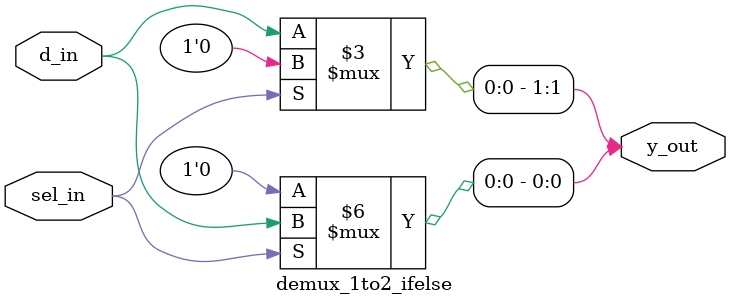
<source format=v>
`timescale 1ns / 1ps


module demux_1to2_ifelse(
input d_in,
input sel_in,
output reg [1:0]y_out);

always@(*)
begin
if(sel_in)
        begin
        y_out[0]=d_in;
        y_out[1]='b0;
        end
 else   
        begin
        y_out[0]='b0;
        y_out[1]=d_in;
        end
 end
endmodule

</source>
